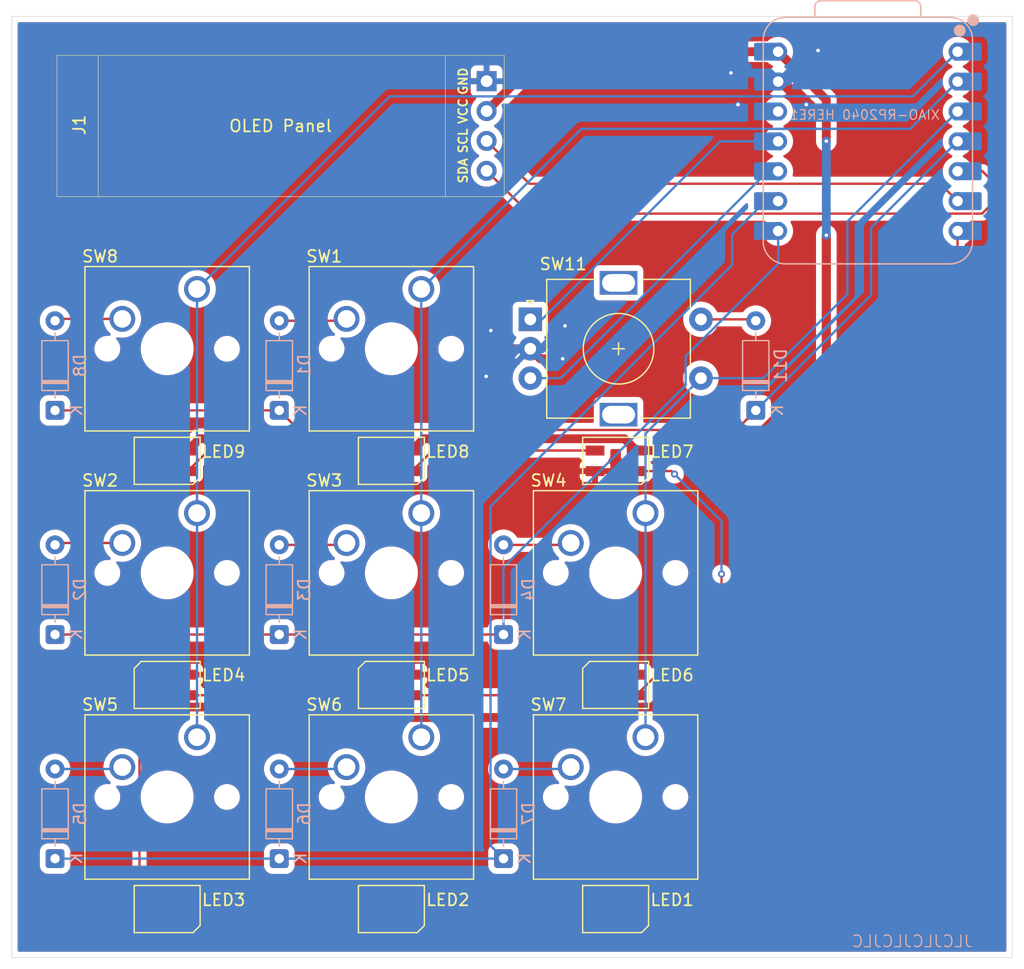
<source format=kicad_pcb>
(kicad_pcb (version 20241229) (generator "pcbnew") (generator_version "9.0")
  (layers (0 "F.Cu" signal) (2 "B.Cu" signal) (13 "F.Paste" user) (15 "B.Paste" user) (5 "F.SilkS" user "F.Silkscreen") (7 "B.SilkS" user "B.Silkscreen") (1 "F.Mask" user) (3 "B.Mask" user) (25 "Edge.Cuts" user))
  (net 0 "")
  (net 1 "Row 0")
  (net 2 "Net-(D1-A)")
  (net 3 "Net-(D2-A)")
  (net 4 "Net-(D3-A)")
  (net 5 "Row 1")
  (net 6 "Net-(D5-A)")
  (net 7 "Net-(D6-A)")
  (net 8 "Row 2")
  (net 9 "Net-(D8-A)")
  (net 10 "SW11S2")
  (net 11 "LED")
  (net 12 "+5V")
  (net 13 "GND")
  (net 14 "Net-(D4-A)")
  (net 15 "Net-(LED1-DOUT)")
  (net 16 "Net-(LED2-DOUT)")
  (net 17 "Net-(LED3-DOUT)")
  (net 18 "Net-(LED4-DOUT)")
  (net 19 "Net-(LED5-DOUT)")
  (net 20 "Net-(LED6-DOUT)")
  (net 21 "Net-(LED7-DOUT)")
  (net 22 "Net-(LED8-DOUT)")
  (net 23 "SDA")
  (net 24 "SCL")
  (net 26 "Column 0")
  (net 27 "Column 1")
  (net 28 "Column 2")
  (net 29 "SW11B")
  (net 30 "SW11A")
  (net 32 "Net-(D7-A)")
  (footprint "3D_Model_Footprints:LED_SK6812MINI" (layer "F.Cu") (at 114.3 104.775)
    (property "Reference" "LED7" (at 4.8 -0.775 0) (layer "F.SilkS"))
    (property "Value" "SK6812MINI")
    (fp_line (start -2.8 -2) (end -2.8 2) (stroke (width 0.12)) (layer "F.SilkS"))
    (fp_line (start -2.8 -2) (end 2.8 -2) (stroke (width 0.12)) (layer "F.SilkS"))
    (fp_line (start -2.8 2) (end 2.2 2) (stroke (width 0.12)) (layer "F.SilkS"))
    (fp_line (start 2.8 1.4) (end 2.2 2) (stroke (width 0.12)) (layer "F.SilkS"))
    (fp_line (start 2.8 1.4) (end 2.8 -2) (stroke (width 0.12)) (layer "F.SilkS"))
    (pad "1" smd rect (at -1.75 -0.875) (size 1.6 0.85) (layers "F.Cu" "F.Mask" "F.Paste") (net 21 "Net-(LED7-DOUT)"))
    (pad "2" smd rect (at -1.75 0.875) (size 1.6 0.85) (layers "F.Cu" "F.Mask" "F.Paste") (net 13 "GND"))
    (pad "3" smd rect (at 1.75 0.875) (size 1.6 0.85) (layers "F.Cu" "F.Mask" "F.Paste") (net 20 "Net-(LED6-DOUT)"))
    (pad "4" smd rect (at 1.75 -0.875) (size 1.6 0.85) (layers "F.Cu" "F.Mask" "F.Paste") (net 12 "+5V"))
  )
  (footprint "3D_Model_Footprints:LED_SK6812MINI" (layer "F.Cu") (at 95.25 142.875)
    (property "Reference" "LED2" (at 4.8 -0.775 0) (layer "F.SilkS"))
    (property "Value" "SK6812MINI")
    (fp_line (start -2.8 -2) (end -2.8 2) (stroke (width 0.12)) (layer "F.SilkS"))
    (fp_line (start -2.8 -2) (end 2.8 -2) (stroke (width 0.12)) (layer "F.SilkS"))
    (fp_line (start -2.8 2) (end 2.2 2) (stroke (width 0.12)) (layer "F.SilkS"))
    (fp_line (start 2.8 1.4) (end 2.2 2) (stroke (width 0.12)) (layer "F.SilkS"))
    (fp_line (start 2.8 1.4) (end 2.8 -2) (stroke (width 0.12)) (layer "F.SilkS"))
    (pad "1" smd rect (at -1.75 -0.875) (size 1.6 0.85) (layers "F.Cu" "F.Mask" "F.Paste") (net 16 "Net-(LED2-DOUT)"))
    (pad "2" smd rect (at -1.75 0.875) (size 1.6 0.85) (layers "F.Cu" "F.Mask" "F.Paste") (net 13 "GND"))
    (pad "3" smd rect (at 1.75 0.875) (size 1.6 0.85) (layers "F.Cu" "F.Mask" "F.Paste") (net 15 "Net-(LED1-DOUT)"))
    (pad "4" smd rect (at 1.75 -0.875) (size 1.6 0.85) (layers "F.Cu" "F.Mask" "F.Paste") (net 12 "+5V"))
  )
  (footprint "3D_Model_Footprints:SW_Cherry_MX_1.00ul" (layer "F.Cu") (at 78.74 90.17)
    (property "Reference" "SW8" (at -8.24 -2.77 0) (layer "F.SilkS"))
    (property "Value" "SW_Push")
    (fp_line (start -9.525 -1.905) (end 4.445 -1.905) (stroke (width 0.12)) (layer "F.SilkS"))
    (fp_line (start -9.525 12.065) (end -9.525 -1.905) (stroke (width 0.12)) (layer "F.SilkS"))
    (fp_line (start 4.445 -1.905) (end 4.445 12.065) (stroke (width 0.12)) (layer "F.SilkS"))
    (fp_line (start 4.445 12.065) (end -9.525 12.065) (stroke (width 0.12)) (layer "F.SilkS"))
    (pad "" np_thru_hole circle (at -7.62 5.08) (size 1.7 1.7) (drill 1.7) (layers "*.Cu" "*.Mask"))
    (pad "" np_thru_hole circle (at -2.54 5.08) (size 4 4) (drill 4) (layers "*.Cu" "*.Mask"))
    (pad "" np_thru_hole circle (at 2.54 5.08) (size 1.7 1.7) (drill 1.7) (layers "*.Cu" "*.Mask"))
    (pad "1" thru_hole circle (at 0 0) (size 2.2 2.2) (drill 1.5) (layers "*.Cu" "*.Mask") (net 26 "Column 0"))
    (pad "2" thru_hole circle (at -6.35 2.54) (size 2.2 2.2) (drill 1.5) (layers "*.Cu" "*.Mask") (net 9 "Net-(D8-A)"))
  )
  (footprint "3D_Model_Footprints:SW_Cherry_MX_1.00ul" (layer "F.Cu") (at 78.74 109.22)
    (property "Reference" "SW2" (at -8.24 -2.77 0) (layer "F.SilkS"))
    (property "Value" "SW_Push")
    (fp_line (start -9.525 -1.905) (end 4.445 -1.905) (stroke (width 0.12)) (layer "F.SilkS"))
    (fp_line (start -9.525 12.065) (end -9.525 -1.905) (stroke (width 0.12)) (layer "F.SilkS"))
    (fp_line (start 4.445 -1.905) (end 4.445 12.065) (stroke (width 0.12)) (layer "F.SilkS"))
    (fp_line (start 4.445 12.065) (end -9.525 12.065) (stroke (width 0.12)) (layer "F.SilkS"))
    (pad "" np_thru_hole circle (at -7.62 5.08) (size 1.7 1.7) (drill 1.7) (layers "*.Cu" "*.Mask"))
    (pad "" np_thru_hole circle (at -2.54 5.08) (size 4 4) (drill 4) (layers "*.Cu" "*.Mask"))
    (pad "" np_thru_hole circle (at 2.54 5.08) (size 1.7 1.7) (drill 1.7) (layers "*.Cu" "*.Mask"))
    (pad "1" thru_hole circle (at 0 0) (size 2.2 2.2) (drill 1.5) (layers "*.Cu" "*.Mask") (net 26 "Column 0"))
    (pad "2" thru_hole circle (at -6.35 2.54) (size 2.2 2.2) (drill 1.5) (layers "*.Cu" "*.Mask") (net 3 "Net-(D2-A)"))
  )
  (footprint "3D_Model_Footprints:LED_SK6812MINI" (layer "F.Cu") (at 76.2 142.875)
    (property "Reference" "LED3" (at 4.8 -0.775 0) (layer "F.SilkS"))
    (property "Value" "SK6812MINI")
    (fp_line (start -2.8 -2) (end -2.8 2) (stroke (width 0.12)) (layer "F.SilkS"))
    (fp_line (start -2.8 -2) (end 2.8 -2) (stroke (width 0.12)) (layer "F.SilkS"))
    (fp_line (start -2.8 2) (end 2.2 2) (stroke (width 0.12)) (layer "F.SilkS"))
    (fp_line (start 2.8 1.4) (end 2.2 2) (stroke (width 0.12)) (layer "F.SilkS"))
    (fp_line (start 2.8 1.4) (end 2.8 -2) (stroke (width 0.12)) (layer "F.SilkS"))
    (pad "1" smd rect (at -1.75 -0.875) (size 1.6 0.85) (layers "F.Cu" "F.Mask" "F.Paste") (net 17 "Net-(LED3-DOUT)"))
    (pad "2" smd rect (at -1.75 0.875) (size 1.6 0.85) (layers "F.Cu" "F.Mask" "F.Paste") (net 13 "GND"))
    (pad "3" smd rect (at 1.75 0.875) (size 1.6 0.85) (layers "F.Cu" "F.Mask" "F.Paste") (net 16 "Net-(LED2-DOUT)"))
    (pad "4" smd rect (at 1.75 -0.875) (size 1.6 0.85) (layers "F.Cu" "F.Mask" "F.Paste") (net 12 "+5V"))
  )
  (footprint "3D_Model_Footprints:SW_Cherry_MX_1.00ul" (layer "F.Cu") (at 116.84 109.22)
    (property "Reference" "SW4" (at -8.24 -2.77 0) (layer "F.SilkS"))
    (property "Value" "SW_Push")
    (fp_line (start -9.525 -1.905) (end 4.445 -1.905) (stroke (width 0.12)) (layer "F.SilkS"))
    (fp_line (start -9.525 12.065) (end -9.525 -1.905) (stroke (width 0.12)) (layer "F.SilkS"))
    (fp_line (start 4.445 -1.905) (end 4.445 12.065) (stroke (width 0.12)) (layer "F.SilkS"))
    (fp_line (start 4.445 12.065) (end -9.525 12.065) (stroke (width 0.12)) (layer "F.SilkS"))
    (pad "" np_thru_hole circle (at -7.62 5.08) (size 1.7 1.7) (drill 1.7) (layers "*.Cu" "*.Mask"))
    (pad "" np_thru_hole circle (at -2.54 5.08) (size 4 4) (drill 4) (layers "*.Cu" "*.Mask"))
    (pad "" np_thru_hole circle (at 2.54 5.08) (size 1.7 1.7) (drill 1.7) (layers "*.Cu" "*.Mask"))
    (pad "1" thru_hole circle (at 0 0) (size 2.2 2.2) (drill 1.5) (layers "*.Cu" "*.Mask") (net 28 "Column 2"))
    (pad "2" thru_hole circle (at -6.35 2.54) (size 2.2 2.2) (drill 1.5) (layers "*.Cu" "*.Mask") (net 14 "Net-(D4-A)"))
  )
  (footprint "3D_Model_Footprints:LED_SK6812MINI" (layer "F.Cu") (at 76.2 104.775)
    (property "Reference" "LED9" (at 4.8 -0.775 0) (layer "F.SilkS"))
    (property "Value" "SK6812MINI")
    (fp_line (start -2.8 -2) (end -2.8 2) (stroke (width 0.12)) (layer "F.SilkS"))
    (fp_line (start -2.8 -2) (end 2.8 -2) (stroke (width 0.12)) (layer "F.SilkS"))
    (fp_line (start -2.8 2) (end 2.2 2) (stroke (width 0.12)) (layer "F.SilkS"))
    (fp_line (start 2.8 1.4) (end 2.2 2) (stroke (width 0.12)) (layer "F.SilkS"))
    (fp_line (start 2.8 1.4) (end 2.8 -2) (stroke (width 0.12)) (layer "F.SilkS"))
    (pad "1" smd rect (at -1.75 -0.875) (size 1.6 0.85) (layers "F.Cu" "F.Mask" "F.Paste"))
    (pad "2" smd rect (at -1.75 0.875) (size 1.6 0.85) (layers "F.Cu" "F.Mask" "F.Paste") (net 13 "GND"))
    (pad "3" smd rect (at 1.75 0.875) (size 1.6 0.85) (layers "F.Cu" "F.Mask" "F.Paste") (net 22 "Net-(LED8-DOUT)"))
    (pad "4" smd rect (at 1.75 -0.875) (size 1.6 0.85) (layers "F.Cu" "F.Mask" "F.Paste") (net 12 "+5V"))
  )
  (footprint "3D_Model_Footprints:SW_Cherry_MX_1.00ul" (layer "F.Cu") (at 78.74 128.27)
    (property "Reference" "SW5" (at -8.24 -2.77 0) (layer "F.SilkS"))
    (property "Value" "SW_Push")
    (fp_line (start -9.525 -1.905) (end 4.445 -1.905) (stroke (width 0.12)) (layer "F.SilkS"))
    (fp_line (start -9.525 12.065) (end -9.525 -1.905) (stroke (width 0.12)) (layer "F.SilkS"))
    (fp_line (start 4.445 -1.905) (end 4.445 12.065) (stroke (width 0.12)) (layer "F.SilkS"))
    (fp_line (start 4.445 12.065) (end -9.525 12.065) (stroke (width 0.12)) (layer "F.SilkS"))
    (pad "" np_thru_hole circle (at -7.62 5.08) (size 1.7 1.7) (drill 1.7) (layers "*.Cu" "*.Mask"))
    (pad "" np_thru_hole circle (at -2.54 5.08) (size 4 4) (drill 4) (layers "*.Cu" "*.Mask"))
    (pad "" np_thru_hole circle (at 2.54 5.08) (size 1.7 1.7) (drill 1.7) (layers "*.Cu" "*.Mask"))
    (pad "1" thru_hole circle (at 0 0) (size 2.2 2.2) (drill 1.5) (layers "*.Cu" "*.Mask") (net 26 "Column 0"))
    (pad "2" thru_hole circle (at -6.35 2.54) (size 2.2 2.2) (drill 1.5) (layers "*.Cu" "*.Mask") (net 6 "Net-(D5-A)"))
  )
  (footprint "3D_Model_Footprints:LED_SK6812MINI" (layer "F.Cu") (at 95.25 104.775)
    (property "Reference" "LED8" (at 4.8 -0.775 0) (layer "F.SilkS"))
    (property "Value" "SK6812MINI")
    (fp_line (start -2.8 -2) (end -2.8 2) (stroke (width 0.12)) (layer "F.SilkS"))
    (fp_line (start -2.8 -2) (end 2.8 -2) (stroke (width 0.12)) (layer "F.SilkS"))
    (fp_line (start -2.8 2) (end 2.2 2) (stroke (width 0.12)) (layer "F.SilkS"))
    (fp_line (start 2.8 1.4) (end 2.2 2) (stroke (width 0.12)) (layer "F.SilkS"))
    (fp_line (start 2.8 1.4) (end 2.8 -2) (stroke (width 0.12)) (layer "F.SilkS"))
    (pad "1" smd rect (at -1.75 -0.875) (size 1.6 0.85) (layers "F.Cu" "F.Mask" "F.Paste") (net 22 "Net-(LED8-DOUT)"))
    (pad "2" smd rect (at -1.75 0.875) (size 1.6 0.85) (layers "F.Cu" "F.Mask" "F.Paste") (net 13 "GND"))
    (pad "3" smd rect (at 1.75 0.875) (size 1.6 0.85) (layers "F.Cu" "F.Mask" "F.Paste") (net 21 "Net-(LED7-DOUT)"))
    (pad "4" smd rect (at 1.75 -0.875) (size 1.6 0.85) (layers "F.Cu" "F.Mask" "F.Paste") (net 12 "+5V"))
  )
  (footprint "3D_Model_Footprints:SW_Cherry_MX_1.00ul" (layer "F.Cu") (at 97.79 109.22)
    (property "Reference" "SW3" (at -8.24 -2.77 0) (layer "F.SilkS"))
    (property "Value" "SW_Push")
    (fp_line (start -9.525 -1.905) (end 4.445 -1.905) (stroke (width 0.12)) (layer "F.SilkS"))
    (fp_line (start -9.525 12.065) (end -9.525 -1.905) (stroke (width 0.12)) (layer "F.SilkS"))
    (fp_line (start 4.445 -1.905) (end 4.445 12.065) (stroke (width 0.12)) (layer "F.SilkS"))
    (fp_line (start 4.445 12.065) (end -9.525 12.065) (stroke (width 0.12)) (layer "F.SilkS"))
    (pad "" np_thru_hole circle (at -7.62 5.08) (size 1.7 1.7) (drill 1.7) (layers "*.Cu" "*.Mask"))
    (pad "" np_thru_hole circle (at -2.54 5.08) (size 4 4) (drill 4) (layers "*.Cu" "*.Mask"))
    (pad "" np_thru_hole circle (at 2.54 5.08) (size 1.7 1.7) (drill 1.7) (layers "*.Cu" "*.Mask"))
    (pad "1" thru_hole circle (at 0 0) (size 2.2 2.2) (drill 1.5) (layers "*.Cu" "*.Mask") (net 27 "Column 1"))
    (pad "2" thru_hole circle (at -6.35 2.54) (size 2.2 2.2) (drill 1.5) (layers "*.Cu" "*.Mask") (net 4 "Net-(D3-A)"))
  )
  (footprint "3D_Model_Footprints:SW_Cherry_MX_1.00ul" (layer "F.Cu") (at 97.79 128.27)
    (property "Reference" "SW6" (at -8.24 -2.77 0) (layer "F.SilkS"))
    (property "Value" "SW_Push")
    (fp_line (start -9.525 -1.905) (end 4.445 -1.905) (stroke (width 0.12)) (layer "F.SilkS"))
    (fp_line (start -9.525 12.065) (end -9.525 -1.905) (stroke (width 0.12)) (layer "F.SilkS"))
    (fp_line (start 4.445 -1.905) (end 4.445 12.065) (stroke (width 0.12)) (layer "F.SilkS"))
    (fp_line (start 4.445 12.065) (end -9.525 12.065) (stroke (width 0.12)) (layer "F.SilkS"))
    (pad "" np_thru_hole circle (at -7.62 5.08) (size 1.7 1.7) (drill 1.7) (layers "*.Cu" "*.Mask"))
    (pad "" np_thru_hole circle (at -2.54 5.08) (size 4 4) (drill 4) (layers "*.Cu" "*.Mask"))
    (pad "" np_thru_hole circle (at 2.54 5.08) (size 1.7 1.7) (drill 1.7) (layers "*.Cu" "*.Mask"))
    (pad "1" thru_hole circle (at 0 0) (size 2.2 2.2) (drill 1.5) (layers "*.Cu" "*.Mask") (net 27 "Column 1"))
    (pad "2" thru_hole circle (at -6.35 2.54) (size 2.2 2.2) (drill 1.5) (layers "*.Cu" "*.Mask") (net 7 "Net-(D6-A)"))
  )
  (footprint "3D_Model_Footprints:SW_Cherry_MX_1.00ul" (layer "F.Cu") (at 116.84 128.27)
    (property "Reference" "SW7" (at -8.24 -2.77 0) (layer "F.SilkS"))
    (property "Value" "SW_Push")
    (fp_line (start -9.525 -1.905) (end 4.445 -1.905) (stroke (width 0.12)) (layer "F.SilkS"))
    (fp_line (start -9.525 12.065) (end -9.525 -1.905) (stroke (width 0.12)) (layer "F.SilkS"))
    (fp_line (start 4.445 -1.905) (end 4.445 12.065) (stroke (width 0.12)) (layer "F.SilkS"))
    (fp_line (start 4.445 12.065) (end -9.525 12.065) (stroke (width 0.12)) (layer "F.SilkS"))
    (pad "" np_thru_hole circle (at -7.62 5.08) (size 1.7 1.7) (drill 1.7) (layers "*.Cu" "*.Mask"))
    (pad "" np_thru_hole circle (at -2.54 5.08) (size 4 4) (drill 4) (layers "*.Cu" "*.Mask"))
    (pad "" np_thru_hole circle (at 2.54 5.08) (size 1.7 1.7) (drill 1.7) (layers "*.Cu" "*.Mask"))
    (pad "1" thru_hole circle (at 0 0) (size 2.2 2.2) (drill 1.5) (layers "*.Cu" "*.Mask") (net 28 "Column 2"))
    (pad "2" thru_hole circle (at -6.35 2.54) (size 2.2 2.2) (drill 1.5) (layers "*.Cu" "*.Mask") (net 32 "Net-(D7-A)"))
  )
  (footprint "3D_Model_Footprints:0.91-OLED-4pin" (layer "F.Cu") (at 66.84 70.315)
    (property "Reference" "J1" (at 1.9 5.91 90) (layer "F.SilkS"))
    (property "Value" "OLED Connection")
    (fp_line (start 0 0) (end 0 12) (stroke (width 0.04)) (layer "F.SilkS"))
    (fp_line (start 0 12) (end 38 12) (stroke (width 0.04)) (layer "F.SilkS"))
    (fp_line (start 3.5 0) (end 3.5 12) (stroke (width 0.04)) (layer "F.SilkS"))
    (fp_line (start 33 0) (end 33 12) (stroke (width 0.04)) (layer "F.SilkS"))
    (fp_line (start 38 0) (end 0 0) (stroke (width 0.04)) (layer "F.SilkS"))
    (fp_line (start 38 12) (end 38 0) (stroke (width 0.04)) (layer "F.SilkS"))
    (fp_text user "OLED Panel" (at 19 6 0) (layer "F.SilkS"))
    (fp_text user "SDA" (at 34.5 9.81 270) (layer "F.SilkS") (effects (font (size 0.75 0.75))))
    (fp_text user "VCC" (at 34.5 4.73 270) (layer "F.SilkS") (effects (font (size 0.75 0.75))))
    (fp_text user "GND" (at 34.5 2.19 270) (layer "F.SilkS") (effects (font (size 0.75 0.75))))
    (fp_text user "SCL" (at 34.5 7.27 270) (layer "F.SilkS") (effects (font (size 0.75 0.75))))
    (pad "1" thru_hole rect (at 36.5 2.19) (size 1.7 1.7) (drill 1) (layers "*.Cu" "*.Mask") (net 13 "GND"))
    (pad "2" thru_hole oval (at 36.5 4.73) (size 1.7 1.7) (drill 1) (layers "*.Cu" "*.Mask") (net 12 "+5V"))
    (pad "3" thru_hole oval (at 36.5 7.27) (size 1.7 1.7) (drill 1) (layers "*.Cu" "*.Mask") (net 24 "SCL"))
    (pad "4" thru_hole oval (at 36.5 9.81) (size 1.7 1.7) (drill 1) (layers "*.Cu" "*.Mask") (net 23 "SDA"))
  )
  (footprint "3D_Model_Footprints:LED_SK6812MINI" (layer "F.Cu") (at 114.3 123.825 180)
    (property "Reference" "LED6" (at -4.8 0.825 180) (layer "F.SilkS"))
    (property "Value" "SK6812MINI")
    (fp_line (start 2.8 1.4) (end 2.8 -2) (stroke (width 0.12)) (layer "F.SilkS"))
    (fp_line (start 2.8 1.4) (end 2.2 2) (stroke (width 0.12)) (layer "F.SilkS"))
    (fp_line (start -2.8 2) (end 2.2 2) (stroke (width 0.12)) (layer "F.SilkS"))
    (fp_line (start -2.8 -2) (end 2.8 -2) (stroke (width 0.12)) (layer "F.SilkS"))
    (fp_line (start -2.8 -2) (end -2.8 2) (stroke (width 0.12)) (layer "F.SilkS"))
    (pad "1" smd rect (at -1.75 -0.875 180) (size 1.6 0.85) (layers "F.Cu" "F.Mask" "F.Paste") (net 20 "Net-(LED6-DOUT)"))
    (pad "2" smd rect (at -1.75 0.875 180) (size 1.6 0.85) (layers "F.Cu" "F.Mask" "F.Paste") (net 13 "GND"))
    (pad "3" smd rect (at 1.75 0.875 180) (size 1.6 0.85) (layers "F.Cu" "F.Mask" "F.Paste") (net 19 "Net-(LED5-DOUT)"))
    (pad "4" smd rect (at 1.75 -0.875 180) (size 1.6 0.85) (layers "F.Cu" "F.Mask" "F.Paste") (net 12 "+5V"))
  )
  (footprint "3D_Model_Footprints:RotaryEncoder_Alps_EC11E-Switch" (layer "F.Cu") (at 107.05 92.75)
    (property "Reference" "SW11" (at 2.8 -4.7 0) (layer "F.SilkS"))
    (property "Value" "RotaryEncoder_Switch")
    (fp_line (start -0.3 -1.6) (end 0.3 -1.6) (stroke (width 0.12)) (layer "F.SilkS"))
    (fp_line (start 0 -1.3) (end -0.3 -1.6) (stroke (width 0.12)) (layer "F.SilkS"))
    (fp_line (start 0.3 -1.6) (end 0 -1.3) (stroke (width 0.12)) (layer "F.SilkS"))
    (fp_line (start 1.4 -3.4) (end 1.4 8.4) (stroke (width 0.12)) (layer "F.SilkS"))
    (fp_line (start 5.5 -3.4) (end 1.4 -3.4) (stroke (width 0.12)) (layer "F.SilkS"))
    (fp_line (start 5.5 8.4) (end 1.4 8.4) (stroke (width 0.12)) (layer "F.SilkS"))
    (fp_line (start 7 2.5) (end 8 2.5) (stroke (width 0.12)) (layer "F.SilkS"))
    (fp_line (start 7.5 2) (end 7.5 3) (stroke (width 0.12)) (layer "F.SilkS"))
    (fp_line (start 9.5 -3.4) (end 13.6 -3.4) (stroke (width 0.12)) (layer "F.SilkS"))
    (fp_line (start 13.6 -3.4) (end 13.6 -1) (stroke (width 0.12)) (layer "F.SilkS"))
    (fp_line (start 13.6 1.2) (end 13.6 3.8) (stroke (width 0.12)) (layer "F.SilkS"))
    (fp_line (start 13.6 6) (end 13.6 8.4) (stroke (width 0.12)) (layer "F.SilkS"))
    (fp_line (start 13.6 8.4) (end 9.5 8.4) (stroke (width 0.12)) (layer "F.SilkS"))
    (fp_circle (center 7.5 2.5) (end 10.5 2.5) (stroke (width 0.12)) (fill no) (layer "F.SilkS"))
    (pad "A" thru_hole rect (at 0 0) (size 2 2) (drill 1) (layers "*.Cu" "*.Mask") (net 30 "SW11A"))
    (pad "B" thru_hole circle (at 0 5) (size 2 2) (drill 1) (layers "*.Cu" "*.Mask") (net 29 "SW11B"))
    (pad "C" thru_hole circle (at 0 2.5) (size 2 2) (drill 1) (layers "*.Cu" "*.Mask") (net 13 "GND"))
    (pad "MP" thru_hole rect (at 7.5 -3.1) (size 3.2 2) (drill oval 2.8 1.5) (layers "*.Cu" "*.Mask"))
    (pad "MP" thru_hole rect (at 7.5 8.1) (size 3.2 2) (drill oval 2.8 1.5) (layers "*.Cu" "*.Mask"))
    (pad "S1" thru_hole circle (at 14.5 5) (size 2 2) (drill 1) (layers "*.Cu" "*.Mask") (net 28 "Column 2"))
    (pad "S2" thru_hole circle (at 14.5 0) (size 2 2) (drill 1) (layers "*.Cu" "*.Mask") (net 10 "SW11S2"))
  )
  (footprint "3D_Model_Footprints:LED_SK6812MINI" (layer "F.Cu") (at 114.3 142.875)
    (property "Reference" "LED1" (at 4.8 -0.775 0) (layer "F.SilkS"))
    (property "Value" "SK6812MINI")
    (fp_line (start -2.8 -2) (end -2.8 2) (stroke (width 0.12)) (layer "F.SilkS"))
    (fp_line (start -2.8 -2) (end 2.8 -2) (stroke (width 0.12)) (layer "F.SilkS"))
    (fp_line (start -2.8 2) (end 2.2 2) (stroke (width 0.12)) (layer "F.SilkS"))
    (fp_line (start 2.8 1.4) (end 2.2 2) (stroke (width 0.12)) (layer "F.SilkS"))
    (fp_line (start 2.8 1.4) (end 2.8 -2) (stroke (width 0.12)) (layer "F.SilkS"))
    (pad "1" smd rect (at -1.75 -0.875) (size 1.6 0.85) (layers "F.Cu" "F.Mask" "F.Paste") (net 15 "Net-(LED1-DOUT)"))
    (pad "2" smd rect (at -1.75 0.875) (size 1.6 0.85) (layers "F.Cu" "F.Mask" "F.Paste") (net 13 "GND"))
    (pad "3" smd rect (at 1.75 0.875) (size 1.6 0.85) (layers "F.Cu" "F.Mask" "F.Paste") (net 11 "LED"))
    (pad "4" smd rect (at 1.75 -0.875) (size 1.6 0.85) (layers "F.Cu" "F.Mask" "F.Paste") (net 12 "+5V"))
  )
  (footprint "3D_Model_Footprints:SW_Cherry_MX_1.00ul" (layer "F.Cu") (at 97.79 90.17)
    (property "Reference" "SW1" (at -8.24 -2.77 0) (layer "F.SilkS"))
    (property "Value" "SW_Push")
    (fp_line (start -9.525 -1.905) (end 4.445 -1.905) (stroke (width 0.12)) (layer "F.SilkS"))
    (fp_line (start -9.525 12.065) (end -9.525 -1.905) (stroke (width 0.12)) (layer "F.SilkS"))
    (fp_line (start 4.445 -1.905) (end 4.445 12.065) (stroke (width 0.12)) (layer "F.SilkS"))
    (fp_line (start 4.445 12.065) (end -9.525 12.065) (stroke (width 0.12)) (layer "F.SilkS"))
    (pad "" np_thru_hole circle (at -7.62 5.08) (size 1.7 1.7) (drill 1.7) (layers "*.Cu" "*.Mask"))
    (pad "" np_thru_hole circle (at -2.54 5.08) (size 4 4) (drill 4) (layers "*.Cu" "*.Mask"))
    (pad "" np_thru_hole circle (at 2.54 5.08) (size 1.7 1.7) (drill 1.7) (layers "*.Cu" "*.Mask"))
    (pad "1" thru_hole circle (at 0 0) (size 2.2 2.2) (drill 1.5) (layers "*.Cu" "*.Mask") (net 27 "Column 1"))
    (pad "2" thru_hole circle (at -6.35 2.54) (size 2.2 2.2) (drill 1.5) (layers "*.Cu" "*.Mask") (net 2 "Net-(D1-A)"))
  )
  (footprint "3D_Model_Footprints:LED_SK6812MINI" (layer "F.Cu") (at 76.2 123.825 180)
    (property "Reference" "LED4" (at -4.8 0.825 180) (layer "F.SilkS"))
    (property "Value" "SK6812MINI")
    (fp_line (start 2.8 1.4) (end 2.8 -2) (stroke (width 0.12)) (layer "F.SilkS"))
    (fp_line (start 2.8 1.4) (end 2.2 2) (stroke (width 0.12)) (layer "F.SilkS"))
    (fp_line (start -2.8 2) (end 2.2 2) (stroke (width 0.12)) (layer "F.SilkS"))
    (fp_line (start -2.8 -2) (end 2.8 -2) (stroke (width 0.12)) (layer "F.SilkS"))
    (fp_line (start -2.8 -2) (end -2.8 2) (stroke (width 0.12)) (layer "F.SilkS"))
    (pad "1" smd rect (at -1.75 -0.875 180) (size 1.6 0.85) (layers "F.Cu" "F.Mask" "F.Paste") (net 18 "Net-(LED4-DOUT)"))
    (pad "2" smd rect (at -1.75 0.875 180) (size 1.6 0.85) (layers "F.Cu" "F.Mask" "F.Paste") (net 13 "GND"))
    (pad "3" smd rect (at 1.75 0.875 180) (size 1.6 0.85) (layers "F.Cu" "F.Mask" "F.Paste") (net 17 "Net-(LED3-DOUT)"))
    (pad "4" smd rect (at 1.75 -0.875 180) (size 1.6 0.85) (layers "F.Cu" "F.Mask" "F.Paste") (net 12 "+5V"))
  )
  (footprint "3D_Model_Footprints:LED_SK6812MINI" (layer "F.Cu") (at 95.25 123.825 180)
    (property "Reference" "LED5" (at -4.8 0.825 180) (layer "F.SilkS"))
    (property "Value" "SK6812MINI")
    (fp_line (start 2.8 1.4) (end 2.8 -2) (stroke (width 0.12)) (layer "F.SilkS"))
    (fp_line (start 2.8 1.4) (end 2.2 2) (stroke (width 0.12)) (layer "F.SilkS"))
    (fp_line (start -2.8 2) (end 2.2 2) (stroke (width 0.12)) (layer "F.SilkS"))
    (fp_line (start -2.8 -2) (end 2.8 -2) (stroke (width 0.12)) (layer "F.SilkS"))
    (fp_line (start -2.8 -2) (end -2.8 2) (stroke (width 0.12)) (layer "F.SilkS"))
    (pad "1" smd rect (at -1.75 -0.875 180) (size 1.6 0.85) (layers "F.Cu" "F.Mask" "F.Paste") (net 19 "Net-(LED5-DOUT)"))
    (pad "2" smd rect (at -1.75 0.875 180) (size 1.6 0.85) (layers "F.Cu" "F.Mask" "F.Paste") (net 13 "GND"))
    (pad "3" smd rect (at 1.75 0.875 180) (size 1.6 0.85) (layers "F.Cu" "F.Mask" "F.Paste") (net 18 "Net-(LED4-DOUT)"))
    (pad "4" smd rect (at 1.75 -0.875 180) (size 1.6 0.85) (layers "F.Cu" "F.Mask" "F.Paste") (net 12 "+5V"))
  )
  (footprint "Diode_THT:D_DO-35_SOD27_P7.62mm_Horizontal" (layer "B.Cu") (at 85.725 119.53875 90)
    (property "Reference" "D3" (at 3.81 2.12 90) (layer "B.SilkS") (effects (justify mirror)))
    (property "Value" "1N4148")
    (fp_line (start 6.58 0) (end 5.93 0) (stroke (width 0.12)) (layer "B.SilkS"))
    (fp_line (start 1.04 0) (end 1.69 0) (stroke (width 0.12)) (layer "B.SilkS"))
    (fp_line (start 2.53 1.12) (end 2.53 -1.12) (stroke (width 0.12)) (layer "B.SilkS"))
    (fp_line (start 2.41 1.12) (end 2.41 -1.12) (stroke (width 0.12)) (layer "B.SilkS"))
    (fp_line (start 2.29 1.12) (end 2.29 -1.12) (stroke (width 0.12)) (layer "B.SilkS"))
    (fp_rect (start 1.69 1.12) (end 5.93 -1.12) (stroke (width 0.12)) (fill no) (layer "B.SilkS"))
    (fp_text user "K" (at 0 1.8 90) (layer "B.SilkS") (effects (justify mirror)))
    (pad "1" thru_hole roundrect (at 0 0 90) (size 1.6 1.6) (drill 0.8) (layers "*.Cu" "*.Mask") (roundrect_rratio 0.15625) (net 5 "Row 1"))
    (pad "2" thru_hole circle (at 7.62 0 90) (size 1.6 1.6) (drill 0.8) (layers "*.Cu" "*.Mask") (net 4 "Net-(D3-A)"))
  )
  (footprint "3D_Model_Footprints:XIAO-RP2040-DIP_3D_Model" (layer "B.Cu") (at 135.73125 77.62 180)
    (property "Reference" "XIAO-RP2040 HERE1" (at 0.26875 2.25 0) (layer "B.SilkS") (effects (font (size 0.8 0.8) (thickness 0.1016)) (justify mirror)))
    (property "Value" "XIAO-RP2040-DIP")
    (fp_line (start 8.89 -8.509) (end 8.89 8.636) (stroke (width 0.127)) (layer "B.SilkS"))
    (fp_line (start 6.985 10.541) (end -6.985 10.541) (stroke (width 0.1)) (layer "B.SilkS"))
    (fp_line (start 6.985 10.541) (end -6.985 10.541) (stroke (width 0.127)) (layer "B.SilkS"))
    (fp_line (start 4.504 11.451) (end 4.504 10.541) (stroke (width 0.127)) (layer "B.SilkS"))
    (fp_line (start -3.991272 11.951) (end 4.004 11.951) (stroke (width 0.127)) (layer "B.SilkS"))
    (fp_line (start -4.495 10.541) (end -4.491272 11.451272) (stroke (width 0.127)) (layer "B.SilkS"))
    (fp_line (start -6.985 -10.414) (end 6.985 -10.414) (stroke (width 0.127)) (layer "B.SilkS"))
    (fp_line (start -8.89 -8.509) (end -8.89 8.636) (stroke (width 0.127)) (layer "B.SilkS"))
    (fp_arc (start 8.89 8.636) (mid 8.332038 9.983038) (end 6.985 10.541) (stroke (width 0.127)) (layer "B.SilkS"))
    (fp_arc (start 6.985 -10.414) (mid 8.332038 -9.856038) (end 8.89 -8.509) (stroke (width 0.127)) (layer "B.SilkS"))
    (fp_arc (start 4.504 11.451) (mid 4.357553 11.804553) (end 4.004 11.951) (stroke (width 0.127)) (layer "B.SilkS"))
    (fp_arc (start -3.991272 11.951) (mid -4.344724 11.804644) (end -4.491272 11.451272) (stroke (width 0.127)) (layer "B.SilkS"))
    (fp_arc (start -6.985 10.541) (mid -8.332038 9.983038) (end -8.89 8.636) (stroke (width 0.127)) (layer "B.SilkS"))
    (fp_arc (start -8.89 -8.509) (mid -8.332038 -9.856038) (end -6.985 -10.414) (stroke (width 0.127)) (layer "B.SilkS"))
    (fp_circle (center -7.807 9.42) (end -7.807 9.674) (stroke (width 0.5)) (fill yes) (layer "B.SilkS"))
    (fp_circle (center -8.95 10.3) (end -8.95 10.554) (stroke (width 0.5)) (fill yes) (layer "B.SilkS"))
    (pad "1" smd roundrect (at -8.455 7.62) (size 2.432 1.524) (layers "B.Cu" "B.Mask") (roundrect_rratio 0.1) (net 26 "Column 0"))
    (pad "1" thru_hole circle (at -7.62 7.62) (size 1.524 1.524) (drill 0.889) (layers "*.Cu" "*.Mask") (net 26 "Column 0"))
    (pad "2" smd roundrect (at -8.455 5.08) (size 2.432 1.524) (layers "B.Cu" "B.Mask") (roundrect_rratio 0.1) (net 27 "Column 1"))
    (pad "2" thru_hole circle (at -7.62 5.08) (size 1.524 1.524) (drill 0.889) (layers "*.Cu" "*.Mask") (net 27 "Column 1"))
    (pad "3" smd roundrect (at -8.455 2.54) (size 2.432 1.524) (layers "B.Cu" "B.Mask") (roundrect_rratio 0.1) (net 28 "Column 2"))
    (pad "3" thru_hole circle (at -7.62 2.54) (size 1.524 1.524) (drill 0.889) (layers "*.Cu" "*.Mask") (net 28 "Column 2"))
    (pad "4" smd roundrect (at -8.455 0) (size 2.432 1.524) (layers "B.Cu" "B.Mask") (roundrect_rratio 0.1) (net 1 "Row 0"))
    (pad "4" thru_hole circle (at -7.62 0) (size 1.524 1.524) (drill 0.889) (layers "*.Cu" "*.Mask") (net 1 "Row 0"))
    (pad "5" smd roundrect (at -8.455 -2.54) (size 2.432 1.524) (layers "B.Cu" "B.Mask") (roundrect_rratio 0.1) (net 23 "SDA"))
    (pad "5" thru_hole circle (at -7.62 -2.54) (size 1.524 1.524) (drill 0.889) (layers "*.Cu" "*.Mask") (net 23 "SDA"))
    (pad "6" smd roundrect (at -8.455 -5.08) (size 2.432 1.524) (layers "B.Cu" "B.Mask") (roundrect_rratio 0.1) (net 24 "SCL"))
    (pad "6" thru_hole circle (at -7.62 -5.08) (size 1.524 1.524) (drill 0.889) (layers "*.Cu" "*.Mask") (net 24 "SCL"))
    (pad "7" smd roundrect (at -8.455 -7.62) (size 2.432 1.524) (layers "B.Cu" "B.Mask") (roundrect_rratio 0.1) (net 11 "LED"))
    (pad "7" thru_hole circle (at -7.62 -7.62) (size 1.524 1.524) (drill 0.889) (layers "*.Cu" "*.Mask") (net 11 "LED"))
    (pad "8" thru_hole circle (at 7.62 -7.62 180) (size 1.524 1.524) (drill 0.889) (layers "*.Cu" "*.Mask") (net 5 "Row 1"))
    (pad "8" smd roundrect (at 8.455 -7.62 180) (size 2.432 1.524) (layers "B.Cu" "B.Mask") (roundrect_rratio 0.1) (net 5 "Row 1"))
    (pad "9" thru_hole circle (at 7.62 -5.08 180) (size 1.524 1.524) (drill 0.889) (layers "*.Cu" "*.Mask") (net 8 "Row 2"))
    (pad "9" smd roundrect (at 8.455 -5.08 180) (size 2.432 1.524) (layers "B.Cu" "B.Mask") (roundrect_rratio 0.1) (net 8 "Row 2"))
    (pad "10" thru_hole circle (at 7.62 -2.54 180) (size 1.524 1.524) (drill 0.889) (layers "*.Cu" "*.Mask") (net 29 "SW11B"))
    (pad "10" smd roundrect (at 8.455 -2.54 180) (size 2.432 1.524) (layers "B.Cu" "B.Mask") (roundrect_rratio 0.1) (net 29 "SW11B"))
    (pad "11" thru_hole circle (at 7.62 0 180) (size 1.524 1.524) (drill 0.889) (layers "*.Cu" "*.Mask") (net 30 "SW11A"))
    (pad "11" smd roundrect (at 8.455 0 180) (size 2.432 1.524) (layers "B.Cu" "B.Mask") (roundrect_rratio 0.1) (net 30 "SW11A"))
    (pad "12" thru_hole circle (at 7.62 2.54 180) (size 1.524 1.524) (drill 0.889) (layers "*.Cu" "*.Mask"))
    (pad "12" smd roundrect (at 8.455 2.54 180) (size 2.432 1.524) (layers "B.Cu" "B.Mask") (roundrect_rratio 0.1))
    (pad "13" thru_hole circle (at 7.62 5.08 180) (size 1.524 1.524) (drill 0.889) (layers "*.Cu" "*.Mask") (net 13 "GND"))
    (pad "13" smd roundrect (at 8.455 5.08 180) (size 2.432 1.524) (layers "B.Cu" "B.Mask") (roundrect_rratio 0.1) (net 13 "GND"))
    (pad "14" thru_hole circle (at 7.62 7.62 180) (size 1.524 1.524) (drill 0.889) (layers "*.Cu" "*.Mask") (net 12 "+5V"))
    (pad "14" smd roundrect (at 8.455 7.62 180) (size 2.432 1.524) (layers "B.Cu" "B.Mask") (roundrect_rratio 0.1) (net 12 "+5V"))
  )
  (footprint "Diode_THT:D_DO-35_SOD27_P7.62mm_Horizontal" (layer "B.Cu") (at 85.725 138.58875 90)
    (property "Reference" "D6" (at 3.81 2.12 90) (layer "B.SilkS") (effects (justify mirror)))
    (property "Value" "1N4148")
    (fp_line (start 6.58 0) (end 5.93 0) (stroke (width 0.12)) (layer "B.SilkS"))
    (fp_line (start 1.04 0) (end 1.69 0) (stroke (width 0.12)) (layer "B.SilkS"))
    (fp_line (start 2.53 1.12) (end 2.53 -1.12) (stroke (width 0.12)) (layer "B.SilkS"))
    (fp_line (start 2.41 1.12) (end 2.41 -1.12) (stroke (width 0.12)) (layer "B.SilkS"))
    (fp_line (start 2.29 1.12) (end 2.29 -1.12) (stroke (width 0.12)) (layer "B.SilkS"))
    (fp_rect (start 1.69 1.12) (end 5.93 -1.12) (stroke (width 0.12)) (fill no) (layer "B.SilkS"))
    (fp_text user "K" (at 0 1.8 90) (layer "B.SilkS") (effects (justify mirror)))
    (pad "1" thru_hole roundrect (at 0 0 90) (size 1.6 1.6) (drill 0.8) (layers "*.Cu" "*.Mask") (roundrect_rratio 0.15625) (net 8 "Row 2"))
    (pad "2" thru_hole circle (at 7.62 0 90) (size 1.6 1.6) (drill 0.8) (layers "*.Cu" "*.Mask") (net 7 "Net-(D6-A)"))
  )
  (footprint "Diode_THT:D_DO-35_SOD27_P7.62mm_Horizontal" (layer "B.Cu") (at 66.675 100.48875 90)
    (property "Reference" "D8" (at 3.81 2.12 90) (layer "B.SilkS") (effects (justify mirror)))
    (property "Value" "1N4148")
    (fp_line (start 6.58 0) (end 5.93 0) (stroke (width 0.12)) (layer "B.SilkS"))
    (fp_line (start 1.04 0) (end 1.69 0) (stroke (width 0.12)) (layer "B.SilkS"))
    (fp_line (start 2.53 1.12) (end 2.53 -1.12) (stroke (width 0.12)) (layer "B.SilkS"))
    (fp_line (start 2.41 1.12) (end 2.41 -1.12) (stroke (width 0.12)) (layer "B.SilkS"))
    (fp_line (start 2.29 1.12) (end 2.29 -1.12) (stroke (width 0.12)) (layer "B.SilkS"))
    (fp_rect (start 1.69 1.12) (end 5.93 -1.12) (stroke (width 0.12)) (fill no) (layer "B.SilkS"))
    (fp_text user "K" (at 0 1.8 90) (layer "B.SilkS") (effects (justify mirror)))
    (pad "1" thru_hole roundrect (at 0 0 90) (size 1.6 1.6) (drill 0.8) (layers "*.Cu" "*.Mask") (roundrect_rratio 0.15625) (net 1 "Row 0"))
    (pad "2" thru_hole circle (at 7.62 0 90) (size 1.6 1.6) (drill 0.8) (layers "*.Cu" "*.Mask") (net 9 "Net-(D8-A)"))
  )
  (footprint "Diode_THT:D_DO-35_SOD27_P7.62mm_Horizontal" (layer "B.Cu") (at 66.675 119.53875 90)
    (property "Reference" "D2" (at 3.81 2.12 90) (layer "B.SilkS") (effects (justify mirror)))
    (property "Value" "1N4148")
    (fp_line (start 6.58 0) (end 5.93 0) (stroke (width 0.12)) (layer "B.SilkS"))
    (fp_line (start 1.04 0) (end 1.69 0) (stroke (width 0.12)) (layer "B.SilkS"))
    (fp_line (start 2.53 1.12) (end 2.53 -1.12) (stroke (width 0.12)) (layer "B.SilkS"))
    (fp_line (start 2.41 1.12) (end 2.41 -1.12) (stroke (width 0.12)) (layer "B.SilkS"))
    (fp_line (start 2.29 1.12) (end 2.29 -1.12) (stroke (width 0.12)) (layer "B.SilkS"))
    (fp_rect (start 1.69 1.12) (end 5.93 -1.12) (stroke (width 0.12)) (fill no) (layer "B.SilkS"))
    (fp_text user "K" (at 0 1.8 90) (layer "B.SilkS") (effects (justify mirror)))
    (pad "1" thru_hole roundrect (at 0 0 90) (size 1.6 1.6) (drill 0.8) (layers "*.Cu" "*.Mask") (roundrect_rratio 0.15625) (net 5 "Row 1"))
    (pad "2" thru_hole circle (at 7.62 0 90) (size 1.6 1.6) (drill 0.8) (layers "*.Cu" "*.Mask") (net 3 "Net-(D2-A)"))
  )
  (footprint "Diode_THT:D_DO-35_SOD27_P7.62mm_Horizontal" (layer "B.Cu") (at 126.20625 100.48875 90)
    (property "Reference" "D11" (at 3.81 2.12 90) (layer "B.SilkS") (effects (justify mirror)))
    (property "Value" "1N4148")
    (fp_line (start 6.58 0) (end 5.93 0) (stroke (width 0.12)) (layer "B.SilkS"))
    (fp_line (start 1.04 0) (end 1.69 0) (stroke (width 0.12)) (layer "B.SilkS"))
    (fp_line (start 2.53 1.12) (end 2.53 -1.12) (stroke (width 0.12)) (layer "B.SilkS"))
    (fp_line (start 2.41 1.12) (end 2.41 -1.12) (stroke (width 0.12)) (layer "B.SilkS"))
    (fp_line (start 2.29 1.12) (end 2.29 -1.12) (stroke (width 0.12)) (layer "B.SilkS"))
    (fp_rect (start 1.69 1.12) (end 5.93 -1.12) (stroke (width 0.12)) (fill no) (layer "B.SilkS"))
    (fp_text user "K" (at 0 1.8 90) (layer "B.SilkS") (effects (justify mirror)))
    (pad "1" thru_hole roundrect (at 0 0 90) (size 1.6 1.6) (drill 0.8) (layers "*.Cu" "*.Mask") (roundrect_rratio 0.15625) (net 1 "Row 0"))
    (pad "2" thru_hole circle (at 7.62 0 90) (size 1.6 1.6) (drill 0.8) (layers "*.Cu" "*.Mask") (net 10 "SW11S2"))
  )
  (footprint "Diode_THT:D_DO-35_SOD27_P7.62mm_Horizontal" (layer "B.Cu") (at 104.775 138.58875 90)
    (property "Reference" "D7" (at 3.81 2.12 90) (layer "B.SilkS") (effects (justify mirror)))
    (property "Value" "1N4148")
    (fp_line (start 6.58 0) (end 5.93 0) (stroke (width 0.12)) (layer "B.SilkS"))
    (fp_line (start 1.04 0) (end 1.69 0) (stroke (width 0.12)) (layer "B.SilkS"))
    (fp_line (start 2.53 1.12) (end 2.53 -1.12) (stroke (width 0.12)) (layer "B.SilkS"))
    (fp_line (start 2.41 1.12) (end 2.41 -1.12) (stroke (width 0.12)) (layer "B.SilkS"))
    (fp_line (start 2.29 1.12) (end 2.29 -1.12) (stroke (width 0.12)) (layer "B.SilkS"))
    (fp_rect (start 1.69 1.12) (end 5.93 -1.12) (stroke (width 0.12)) (fill no) (layer "B.SilkS"))
    (fp_text user "K" (at 0 1.8 90) (layer "B.SilkS") (effects (justify mirror)))
    (pad "1" thru_hole roundrect (at 0 0 90) (size 1.6 1.6) (drill 0.8) (layers "*.Cu" "*.Mask") (roundrect_rratio 0.15625) (net 8 "Row 2"))
    (pad "2" thru_hole circle (at 7.62 0 90) (size 1.6 1.6) (drill 0.8) (layers "*.Cu" "*.Mask") (net 32 "Net-(D7-A)"))
  )
  (footprint "Diode_THT:D_DO-35_SOD27_P7.62mm_Horizontal" (layer "B.Cu") (at 66.675 138.58875 90)
    (property "Reference" "D5" (at 3.81 2.12 90) (layer "B.SilkS") (effects (justify mirror)))
    (property "Value" "1N4148")
    (fp_line (start 6.58 0) (end 5.93 0) (stroke (width 0.12)) (layer "B.SilkS"))
    (fp_line (start 1.04 0) (end 1.69 0) (stroke (width 0.12)) (layer "B.SilkS"))
    (fp_line (start 2.53 1.12) (end 2.53 -1.12) (stroke (width 0.12)) (layer "B.SilkS"))
    (fp_line (start 2.41 1.12) (end 2.41 -1.12) (stroke (width 0.12)) (layer "B.SilkS"))
    (fp_line (start 2.29 1.12) (end 2.29 -1.12) (stroke (width 0.12)) (layer "B.SilkS"))
    (fp_rect (start 1.69 1.12) (end 5.93 -1.12) (stroke (width 0.12)) (fill no) (layer "B.SilkS"))
    (fp_text user "K" (at 0 1.8 90) (layer "B.SilkS") (effects (justify mirror)))
    (pad "1" thru_hole roundrect (at 0 0 90) (size 1.6 1.6) (drill 0.8) (layers "*.Cu" "*.Mask") (roundrect_rratio 0.15625) (net 8 "Row 2"))
    (pad "2" thru_hole circle (at 7.62 0 90) (size 1.6 1.6) (drill 0.8) (layers "*.Cu" "*.Mask") (net 6 "Net-(D5-A)"))
  )
  (footprint "Diode_THT:D_DO-35_SOD27_P7.62mm_Horizontal" (layer "B.Cu") (at 104.775 119.53875 90)
    (property "Reference" "D4" (at 3.81 2.12 90) (layer "B.SilkS") (effects (justify mirror)))
    (property "Value" "1N4148")
    (fp_line (start 6.58 0) (end 5.93 0) (stroke (width 0.12)) (layer "B.SilkS"))
    (fp_line (start 1.04 0) (end 1.69 0) (stroke (width 0.12)) (layer "B.SilkS"))
    (fp_line (start 2.53 1.12) (end 2.53 -1.12) (stroke (width 0.12)) (layer "B.SilkS"))
    (fp_line (start 2.41 1.12) (end 2.41 -1.12) (stroke (width 0.12)) (layer "B.SilkS"))
    (fp_line (start 2.29 1.12) (end 2.29 -1.12) (stroke (width 0.12)) (layer "B.SilkS"))
    (fp_rect (start 1.69 1.12) (end 5.93 -1.12) (stroke (width 0.12)) (fill no) (layer "B.SilkS"))
    (fp_text user "K" (at 0 1.8 90) (layer "B.SilkS") (effects (justify mirror)))
    (pad "1" thru_hole roundrect (at 0 0 90) (size 1.6 1.6) (drill 0.8) (layers "*.Cu" "*.Mask") (roundrect_rratio 0.15625) (net 5 "Row 1"))
    (pad "2" thru_hole circle (at 7.62 0 90) (size 1.6 1.6) (drill 0.8) (layers "*.Cu" "*.Mask") (net 14 "Net-(D4-A)"))
  )
  (footprint "Diode_THT:D_DO-35_SOD27_P7.62mm_Horizontal" (layer "B.Cu") (at 85.725 100.48875 90)
    (property "Reference" "D1" (at 3.81 2.12 90) (layer "B.SilkS") (effects (justify mirror)))
    (property "Value" "1N4148")
    (fp_line (start 6.58 0) (end 5.93 0) (stroke (width 0.12)) (layer "B.SilkS"))
    (fp_line (start 1.04 0) (end 1.69 0) (stroke (width 0.12)) (layer "B.SilkS"))
    (fp_line (start 2.53 1.12) (end 2.53 -1.12) (stroke (width 0.12)) (layer "B.SilkS"))
    (fp_line (start 2.41 1.12) (end 2.41 -1.12) (stroke (width 0.12)) (layer "B.SilkS"))
    (fp_line (start 2.29 1.12) (end 2.29 -1.12) (stroke (width 0.12)) (layer "B.SilkS"))
    (fp_rect (start 1.69 1.12) (end 5.93 -1.12) (stroke (width 0.12)) (fill no) (layer "B.SilkS"))
    (fp_text user "K" (at 0 1.8 90) (layer "B.SilkS") (effects (justify mirror)))
    (pad "1" thru_hole roundrect (at 0 0 90) (size 1.6 1.6) (drill 0.8) (layers "*.Cu" "*.Mask") (roundrect_rratio 0.15625) (net 1 "Row 0"))
    (pad "2" thru_hole circle (at 7.62 0 90) (size 1.6 1.6) (drill 0.8) (layers "*.Cu" "*.Mask") (net 2 "Net-(D1-A)"))
  )
  (gr_rect (start 63 67) (end 148 147) (stroke (width 0.05)) (fill no) (layer "Edge.Cuts"))
  (gr_text "JLCJLCJLCJLC" (at 144.7 146.2 0) (layer "B.SilkS") (effects (font (size 1 1) (thickness 0.1)) (justify left bottom mirror)))
  (segment (start 66.675 100.48875) (end 85.725 100.48875) (width 0.2) (layer "F.Cu") (net 1))
  (segment (start 124.544 102.151) (end 126.20625 100.48875) (width 0.2) (layer "F.Cu") (net 1))
  (segment (start 87.38725 102.151) (end 124.544 102.151) (width 0.2) (layer "F.Cu") (net 1))
  (segment (start 85.725 100.48875) (end 87.38725 102.151) (width 0.2) (layer "F.Cu") (net 1))
  (segment (start 136 84.97125) (end 143.35125 77.62) (width 0.2) (layer "B.Cu") (net 1))
  (segment (start 136 90.695) (end 136 84.97125) (width 0.2) (layer "B.Cu") (net 1))
  (segment (start 126.20625 100.48875) (end 136 90.695) (width 0.2) (layer "B.Cu") (net 1))
  (segment (start 85.725 92.86875) (end 91.28125 92.86875) (width 0.2) (layer "F.Cu") (net 2))
  (segment (start 91.28125 92.86875) (end 91.44 92.71) (width 0.2) (layer "F.Cu") (net 2))
  (segment (start 66.83375 111.76) (end 66.675 111.91875) (width 0.2) (layer "F.Cu") (net 3))
  (segment (start 72.39 111.76) (end 66.83375 111.76) (width 0.2) (layer "F.Cu") (net 3))
  (segment (start 91.28125 111.91875) (end 91.44 111.76) (width 0.2) (layer "F.Cu") (net 4))
  (segment (start 85.725 111.91875) (end 91.28125 111.91875) (width 0.2) (layer "F.Cu") (net 4))
  (segment (start 85.725 119.53875) (end 104.775 119.53875) (width 0.2) (layer "F.Cu") (net 5))
  (segment (start 66.675 119.53875) (end 85.725 119.53875) (width 0.2) (layer "F.Cu") (net 5))
  (segment (start 104.775 113.827) (end 120.249 98.353) (width 0.2) (layer "B.Cu") (net 5))
  (segment (start 120.249 95.890892) (end 128.11125 88.028642) (width 0.2) (layer "B.Cu") (net 5))
  (segment (start 128.11125 88.028642) (end 128.11125 85.24) (width 0.2) (layer "B.Cu") (net 5))
  (segment (start 120.249 98.353) (end 120.249 95.890892) (width 0.2) (layer "B.Cu") (net 5))
  (segment (start 104.775 119.53875) (end 104.775 113.827) (width 0.2) (layer "B.Cu") (net 5))
  (segment (start 72.23125 130.96875) (end 72.39 130.81) (width 0.2) (layer "B.Cu") (net 6))
  (segment (start 66.675 130.96875) (end 72.23125 130.96875) (width 0.2) (layer "B.Cu") (net 6))
  (segment (start 91.28125 130.96875) (end 91.44 130.81) (width 0.2) (layer "B.Cu") (net 7))
  (segment (start 85.725 130.96875) (end 91.28125 130.96875) (width 0.2) (layer "B.Cu") (net 7))
  (segment (start 66.675 138.58875) (end 85.725 138.58875) (width 0.2) (layer "B.Cu") (net 8))
  (segment (start 124.2 85.53362) (end 127.03362 82.7) (width 0.2) (layer "B.Cu") (net 8))
  (segment (start 124.2 88.123624) (end 124.2 85.53362) (width 0.2) (layer "B.Cu") (net 8))
  (segment (start 127.03362 82.7) (end 128.11125 82.7) (width 0.2) (layer "B.Cu") (net 8))
  (segment (start 104.775 138.58875) (end 103.674 137.48775) (width 0.2) (layer "B.Cu") (net 8))
  (segment (start 103.674 137.48775) (end 103.674 108.649624) (width 0.2) (layer "B.Cu") (net 8))
  (segment (start 103.674 108.649624) (end 124.2 88.123624) (width 0.2) (layer "B.Cu") (net 8))
  (segment (start 85.725 138.58875) (end 104.775 138.58875) (width 0.2) (layer "B.Cu") (net 8))
  (segment (start 66.83375 92.71) (end 66.675 92.86875) (width 0.2) (layer "F.Cu") (net 9))
  (segment (start 72.39 92.71) (end 66.83375 92.71) (width 0.2) (layer "F.Cu") (net 9))
  (segment (start 121.55 92.75) (end 126.0875 92.75) (width 0.2) (layer "F.Cu") (net 10))
  (segment (start 126.0875 92.75) (end 126.20625 92.86875) (width 0.2) (layer "F.Cu") (net 10))
  (segment (start 116.05 143.75) (end 143.35125 116.44875) (width 0.2) (layer "F.Cu") (net 11))
  (segment (start 143.35125 116.44875) (end 143.35125 85.24) (width 0.2) (layer "F.Cu") (net 11))
  (segment (start 125.1 103.9) (end 132.2 96.8) (width 0.75) (layer "F.Cu") (net 12))
  (segment (start 132.2 77.6) (end 132.2 74.08875) (width 0.75) (layer "F.Cu") (net 12))
  (segment (start 77.95 142) (end 78.951 140.999) (width 0.75) (layer "F.Cu") (net 12))
  (segment (start 117.426 125.701) (end 132.2 110.927) (width 0.75) (layer "F.Cu") (net 12))
  (segment (start 74.45 124.7) (end 75.451 125.701) (width 0.75) (layer "F.Cu") (net 12))
  (segment (start 115.049 102.899) (end 116.05 103.9) (width 0.75) (layer "F.Cu") (net 12))
  (segment (start 132.2 125.85) (end 132.2 85.6) (width 0.75) (layer "F.Cu") (net 12))
  (segment (start 97 103.9) (end 98.001 102.899) (width 0.75) (layer "F.Cu") (net 12))
  (segment (start 78.951 102.899) (end 95.999 102.899) (width 0.75) (layer "F.Cu") (net 12))
  (segment (start 116.05 142) (end 132.2 125.85) (width 0.75) (layer "F.Cu") (net 12))
  (segment (start 112.55 124.7) (end 113.551 125.701) (width 0.75) (layer "F.Cu") (net 12))
  (segment (start 110.656 126.594) (end 112.55 124.7) (width 0.75) (layer "F.Cu") (net 12))
  (segment (start 132.2 96.8) (end 132.2 85.6) (width 0.75) (layer "F.Cu") (net 12))
  (segment (start 114.875 140.825) (end 116.05 142) (width 0.75) (layer "F.Cu") (net 12))
  (segment (start 95.999 102.899) (end 97 103.9) (width 0.75) (layer "F.Cu") (net 12))
  (segment (start 77.95 103.9) (end 78.951 102.899) (width 0.75) (layer "F.Cu") (net 12))
  (segment (start 116.05 103.9) (end 125.1 103.9) (width 0.75) (layer "F.Cu") (net 12))
  (segment (start 97 142) (end 98.175 140.825) (width 0.75) (layer "F.Cu") (net 12))
  (segment (start 113.551 125.701) (end 117.426 125.701) (width 0.75) (layer "F.Cu") (net 12))
  (segment (start 132.2 110.927) (end 132.2 85.6) (width 0.75) (layer "F.Cu") (net 12))
  (segment (start 128.11125 70) (end 108.385 70) (width 0.75) (layer "F.Cu") (net 12))
  (segment (start 95.999 140.999) (end 97 142) (width 0.75) (layer "F.Cu") (net 12))
  (segment (start 108.385 70) (end 103.34 75.045) (width 0.75) (layer "F.Cu") (net 12))
  (segment (start 98.175 140.825) (end 114.875 140.825) (width 0.75) (layer "F.Cu") (net 12))
  (segment (start 98.001 102.899) (end 115.049 102.899) (width 0.75) (layer "F.Cu") (net 12))
  (segment (start 75.451 125.701) (end 92.499 125.701) (width 0.75) (layer "F.Cu") (net 12))
  (segment (start 93.5 124.7) (end 95.394 126.594) (width 0.75) (layer "F.Cu") (net 12))
  (segment (start 78.951 140.999) (end 95.999 140.999) (width 0.75) (layer "F.Cu") (net 12))
  (segment (start 132.2 74.08875) (end 128.11125 70) (width 0.75) (layer "F.Cu") (net 12))
  (segment (start 92.499 125.701) (end 93.5 124.7) (width 0.75) (layer "F.Cu") (net 12))
  (segment (start 95.394 126.594) (end 110.656 126.594) (width 0.75) (layer "F.Cu") (net 12))
  (via (at 132.2 77.6) (size 0.6) (drill 0.3) (layers "F.Cu" "B.Cu") (net 12))
  (via (at 132.2 85.6) (size 0.6) (drill 0.3) (layers "F.Cu" "B.Cu") (net 12))
  (segment (start 132.2 85.6) (end 132.2 77.6) (width 0.75) (layer "B.Cu") (net 12))
  (segment (start 126.66 72.54) (end 124.7 74.5) (width 0.75) (layer "F.Cu") (net 13))
  (segment (start 105.25 95.25) (end 107.05 95.25) (width 0.75) (layer "F.Cu") (net 13))
  (segment (start 128.11125 72.54) (end 128.54 72.54) (width 0.75) (layer "F.Cu") (net 13))
  (segment (start 109.8 96.1) (end 107.9 96.1) (width 0.75) (layer "F.Cu") (net 13))
  (segment (start 103.7 93.7) (end 105.25 95.25) (width 0.75) (layer "F.Cu") (net 13))
  (segment (start 107.9 96.1) (end 107.05 95.25) (width 0.75) (layer "F.Cu") (net 13))
  (segment (start 128.54 72.54) (end 130.5 74.5) (width 0.75) (layer "F.Cu") (net 13))
  (segment (start 128.11125 72.54) (end 126.66 72.54) (width 0.75) (layer "F.Cu") (net 13))
  (via (at 103.7 93.7) (size 0.6) (drill 0.3) (layers "F.Cu" "B.Cu") (net 13))
  (via (at 103.3 97.6) (size 0.6) (drill 0.3) (layers "F.Cu" "B.Cu") (net 13))
  (via (at 124.1 71.8) (size 0.6) (drill 0.3) (layers "F.Cu" "B.Cu") (net 13))
  (via (at 110 93.3) (size 0.6) (drill 0.3) (layers "F.Cu" "B.Cu") (net 13))
  (via (at 130.5 74.5) (size 0.6) (drill 0.3) (layers "F.Cu" "B.Cu") (net 13))
  (via (at 109.8 96.1) (size 0.6) (drill 0.3) (layers "F.Cu" "B.Cu") (net 13))
  (via (at 131.5 69.9) (size 0.6) (drill 0.3) (layers "F.Cu" "B.Cu") (net 13))
  (via (at 124.7 74.5) (size 0.6) (drill 0.3) (layers "F.Cu" "B.Cu") (net 13))
  (segment (start 124.1 71.8) (end 127.37125 71.8) (width 0.75) (layer "B.Cu") (net 13))
  (segment (start 110 93.3) (end 108.05 95.25) (width 0.75) (layer "B.Cu") (net 13))
  (segment (start 127.37125 71.8) (end 128.11125 72.54) (width 0.75) (layer "B.Cu") (net 13))
  (segment (start 103.6 97.6) (end 105.95 95.25) (width 0.75) (layer "B.Cu") (net 13))
  (segment (start 128.86 72.54) (end 131.5 69.9) (width 0.75) (layer "B.Cu") (net 13))
  (segment (start 103.3 97.6) (end 103.6 97.6) (width 0.75) (layer "B.Cu") (net 13))
  (segment (start 108.05 95.25) (end 107.05 95.25) (width 0.75) (layer "B.Cu") (net 13))
  (segment (start 105.95 95.25) (end 107.05 95.25) (width 0.75) (layer "B.Cu") (net 13))
  (segment (start 128.11125 72.54) (end 128.86 72.54) (width 0.75) (layer "B.Cu") (net 13))
  (segment (start 110.33125 111.91875) (end 110.49 111.76) (width 0.2) (layer "F.Cu") (net 14))
  (segment (start 104.775 111.91875) (end 110.33125 111.91875) (width 0.2) (layer "F.Cu") (net 14))
  (segment (start 98.75 142) (end 97 143.75) (width 0.2) (layer "F.Cu") (net 15))
  (segment (start 112.55 142) (end 98.75 142) (width 0.2) (layer "F.Cu") (net 15))
  (segment (start 93.5 142) (end 79.7 142) (width 0.2) (layer "F.Cu") (net 16))
  (segment (start 79.7 142) (end 77.95 143.75) (width 0.2) (layer "F.Cu") (net 16))
  (segment (start 73.349 124.051) (end 74.45 122.95) (width 0.2) (layer "F.Cu") (net 17))
  (segment (start 74.45 142) (end 73.849 141.399) (width 0.2) (layer "F.Cu") (net 17))
  (segment (start 73.849 141.399) (end 73.849 125.926) (width 0.2) (layer "F.Cu") (net 17))
  (segment (start 73.849 125.926) (end 73.349 125.426) (width 0.2) (layer "F.Cu") (net 17))
  (segment (start 73.349 125.426) (end 73.349 124.051) (width 0.2) (layer "F.Cu") (net 17))
  (segment (start 91.75 124.7) (end 93.5 122.95) (width 0.2) (layer "F.Cu") (net 18))
  (segment (start 77.95 124.7) (end 91.75 124.7) (width 0.2) (layer "F.Cu") (net 18))
  (segment (start 97 124.7) (end 110.8 124.7) (width 0.2) (layer "F.Cu") (net 19))
  (segment (start 110.8 124.7) (end 112.55 122.95) (width 0.2) (layer "F.Cu") (net 19))
  (segment (start 119.05 105.65) (end 116.05 105.65) (width 0.2) (layer "F.Cu") (net 20))
  (segment (start 119.3 105.9) (end 119.05 105.65) (width 0.2) (layer "F.Cu") (net 20))
  (segment (start 116.05 124.7) (end 123.3 117.45) (width 0.2) (layer "F.Cu") (net 20))
  (segment (start 123.3 117.45) (end 123.3 114.4) (width 0.2) (layer "F.Cu") (net 20))
  (via (at 123.3 114.4) (size 0.6) (drill 0.3) (layers "F.Cu" "B.Cu") (net 20))
  (via (at 119.3 105.9) (size 0.6) (drill 0.3) (layers "F.Cu" "B.Cu") (net 20))
  (segment (start 123.3 109.9) (end 119.3 105.9) (width 0.2) (layer "B.Cu") (net 20))
  (segment (start 123.3 114.4) (end 123.3 109.9) (width 0.2) (layer "B.Cu") (net 20))
  (segment (start 98.75 103.9) (end 97 105.65) (width 0.2) (layer "F.Cu") (net 21))
  (segment (start 112.55 103.9) (end 98.75 103.9) (width 0.2) (layer "F.Cu") (net 21))
  (segment (start 93.5 103.9) (end 79.7 103.9) (width 0.2) (layer "F.Cu") (net 22))
  (segment (start 79.7 103.9) (end 77.95 105.65) (width 0.2) (layer "F.Cu") (net 22))
  (segment (start 106.978 83.763) (end 145.437 83.763) (width 0.2) (layer "F.Cu") (net 23))
  (segment (start 146.5 81.2) (end 145.46 80.16) (width 0.2) (layer "F.Cu") (net 23))
  (segment (start 103.34 80.125) (end 106.978 83.763) (width 0.2) (layer "F.Cu") (net 23))
  (segment (start 146.5 82.7) (end 146.5 81.2) (width 0.2) (layer "F.Cu") (net 23))
  (segment (start 145.46 80.16) (end 143.35125 80.16) (width 0.2) (layer "F.Cu") (net 23))
  (segment (start 145.437 83.763) (end 146.5 82.7) (width 0.2) (layer "F.Cu") (net 23))
  (segment (start 106.978 81.223) (end 141.87425 81.223) (width 0.2) (layer "F.Cu") (net 24))
  (segment (start 103.34 77.585) (end 106.978 81.223) (width 0.2) (layer "F.Cu") (net 24))
  (segment (start 141.87425 81.223) (end 143.35125 82.7) (width 0.2) (layer "F.Cu") (net 24))
  (segment (start 95.11 73.8) (end 139.55125 73.8) (width 0.2) (layer "B.Cu") (net 26))
  (segment (start 78.74 128.27) (end 78.74 90.17) (width 0.2) (layer "B.Cu") (net 26))
  (segment (start 139.55125 73.8) (end 143.35125 70) (width 0.2) (layer "B.Cu") (net 26))
  (segment (start 78.74 90.17) (end 95.11 73.8) (width 0.2) (layer "B.Cu") (net 26))
  (segment (start 97.79 128.27) (end 97.79 90.17) (width 0.2) (layer "B.Cu") (net 27))
  (segment (start 111.403 76.557) (end 139.33425 76.557) (width 0.2) (layer "B.Cu") (net 27))
  (segment (start 97.79 90.17) (end 111.403 76.557) (width 0.2) (layer "B.Cu") (net 27))
  (segment (start 139.33425 76.557) (end 143.35125 72.54) (width 0.2) (layer "B.Cu") (net 27))
  (segment (start 134 90.6) (end 134 84.43125) (width 0.2) (layer "B.Cu") (net 28))
  (segment (start 121.55 97.75) (end 126.85 97.75) (width 0.2) (layer "B.Cu") (net 28))
  (segment (start 126.85 97.75) (end 134 90.6) (width 0.2) (layer "B.Cu") (net 28))
  (segment (start 116.84 109.22) (end 116.84 102.46) (width 0.2) (layer "B.Cu") (net 28))
  (segment (start 134 84.43125) (end 143.35125 75.08) (width 0.2) (layer "B.Cu") (net 28))
  (segment (start 116.84 128.27) (end 116.84 109.22) (width 0.2) (layer "B.Cu") (net 28))
  (segment (start 116.84 102.46) (end 121.55 97.75) (width 0.2) (layer "B.Cu") (net 28))
  (segment (start 127.242 80.16) (end 128.11125 80.16) (width 0.2) (layer "B.Cu") (net 29))
  (segment (start 107.05 97.75) (end 109.652 97.75) (width 0.2) (layer "B.Cu") (net 29))
  (segment (start 109.652 97.75) (end 127.242 80.16) (width 0.2) (layer "B.Cu") (net 29))
  (segment (start 108.05 92.75) (end 123.18 77.62) (width 0.2) (layer "B.Cu") (net 30))
  (segment (start 123.18 77.62) (end 128.11125 77.62) (width 0.2) (layer "B.Cu") (net 30))
  (segment (start 107.05 92.75) (end 108.05 92.75) (width 0.2) (layer "B.Cu") (net 30))
  (segment (start 110.33125 130.96875) (end 110.49 130.81) (width 0.2) (layer "B.Cu") (net 32))
  (segment (start 104.775 130.96875) (end 110.33125 130.96875) (width 0.2) (layer "B.Cu") (net 32))
  (zone (net 13) (net_name "GND") (layers "F.Cu" "B.Cu") (connect_pads (clearance 0.5)) (min_thickness 0.25) (fill yes (thermal_gap 0.5) (thermal_bridge_width 0.5))
    (polygon (pts (xy 62 66) (xy 149 66) (xy 149 148) (xy 62 148)))
  )
)
</source>
